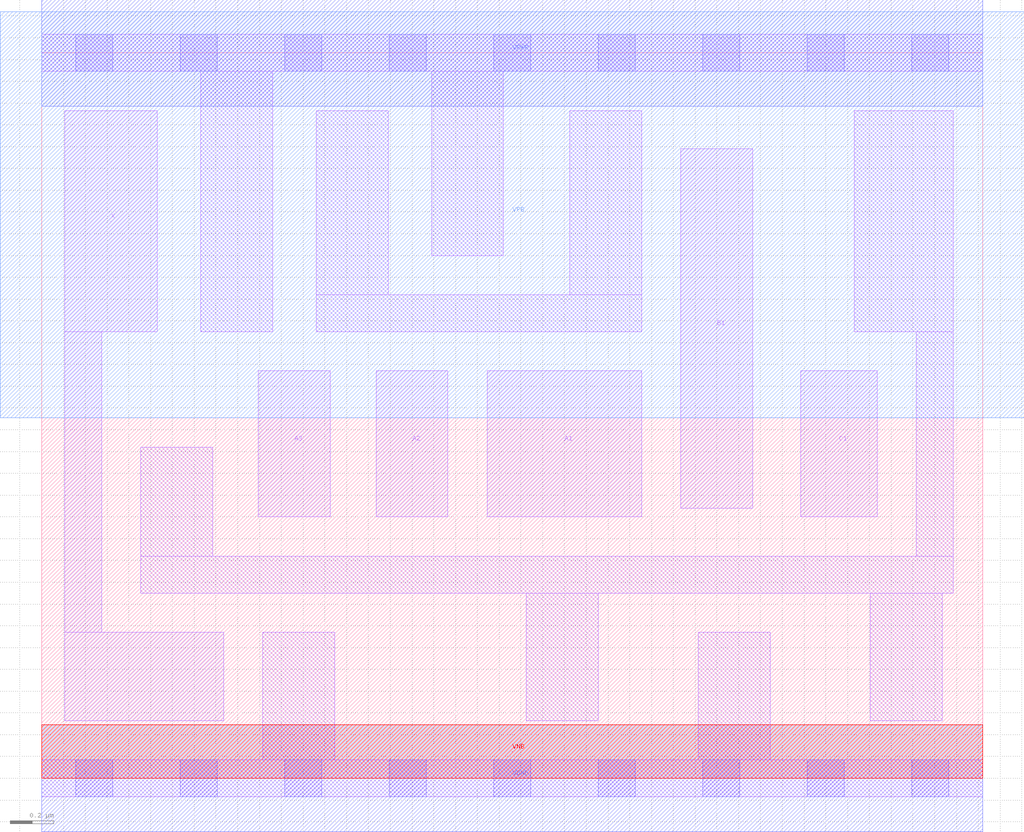
<source format=lef>
# Copyright 2020 The SkyWater PDK Authors
#
# Licensed under the Apache License, Version 2.0 (the "License");
# you may not use this file except in compliance with the License.
# You may obtain a copy of the License at
#
#     https://www.apache.org/licenses/LICENSE-2.0
#
# Unless required by applicable law or agreed to in writing, software
# distributed under the License is distributed on an "AS IS" BASIS,
# WITHOUT WARRANTIES OR CONDITIONS OF ANY KIND, either express or implied.
# See the License for the specific language governing permissions and
# limitations under the License.
#
# SPDX-License-Identifier: Apache-2.0

VERSION 5.7 ;
  NOWIREEXTENSIONATPIN ON ;
  DIVIDERCHAR "/" ;
  BUSBITCHARS "[]" ;
MACRO sky130_fd_sc_lp__a311o_lp
  CLASS CORE ;
  FOREIGN sky130_fd_sc_lp__a311o_lp ;
  ORIGIN  0.000000  0.000000 ;
  SIZE  4.320000 BY  3.330000 ;
  SYMMETRY X Y R90 ;
  SITE unit ;
  PIN A1
    ANTENNAGATEAREA  0.313000 ;
    DIRECTION INPUT ;
    USE SIGNAL ;
    PORT
      LAYER li1 ;
        RECT 2.045000 1.200000 2.755000 1.870000 ;
    END
  END A1
  PIN A2
    ANTENNAGATEAREA  0.313000 ;
    DIRECTION INPUT ;
    USE SIGNAL ;
    PORT
      LAYER li1 ;
        RECT 1.535000 1.200000 1.865000 1.870000 ;
    END
  END A2
  PIN A3
    ANTENNAGATEAREA  0.313000 ;
    DIRECTION INPUT ;
    USE SIGNAL ;
    PORT
      LAYER li1 ;
        RECT 0.995000 1.200000 1.325000 1.870000 ;
    END
  END A3
  PIN B1
    ANTENNAGATEAREA  0.376000 ;
    DIRECTION INPUT ;
    USE SIGNAL ;
    PORT
      LAYER li1 ;
        RECT 2.935000 1.240000 3.265000 2.890000 ;
    END
  END B1
  PIN C1
    ANTENNAGATEAREA  0.376000 ;
    DIRECTION INPUT ;
    USE SIGNAL ;
    PORT
      LAYER li1 ;
        RECT 3.485000 1.200000 3.835000 1.870000 ;
    END
  END C1
  PIN X
    ANTENNADIFFAREA  0.404700 ;
    DIRECTION OUTPUT ;
    USE SIGNAL ;
    PORT
      LAYER li1 ;
        RECT 0.105000 0.265000 0.835000 0.670000 ;
        RECT 0.105000 0.670000 0.275000 2.050000 ;
        RECT 0.105000 2.050000 0.530000 3.065000 ;
    END
  END X
  PIN VGND
    DIRECTION INOUT ;
    USE GROUND ;
    PORT
      LAYER met1 ;
        RECT 0.000000 -0.245000 4.320000 0.245000 ;
    END
  END VGND
  PIN VNB
    DIRECTION INOUT ;
    USE GROUND ;
    PORT
      LAYER pwell ;
        RECT 0.000000 0.000000 4.320000 0.245000 ;
    END
  END VNB
  PIN VPB
    DIRECTION INOUT ;
    USE POWER ;
    PORT
      LAYER nwell ;
        RECT -0.190000 1.655000 4.510000 3.520000 ;
    END
  END VPB
  PIN VPWR
    DIRECTION INOUT ;
    USE POWER ;
    PORT
      LAYER met1 ;
        RECT 0.000000 3.085000 4.320000 3.575000 ;
    END
  END VPWR
  OBS
    LAYER li1 ;
      RECT 0.000000 -0.085000 4.320000 0.085000 ;
      RECT 0.000000  3.245000 4.320000 3.415000 ;
      RECT 0.455000  0.850000 4.185000 1.020000 ;
      RECT 0.455000  1.020000 0.785000 1.520000 ;
      RECT 0.730000  2.050000 1.060000 3.245000 ;
      RECT 1.015000  0.085000 1.345000 0.670000 ;
      RECT 1.260000  2.050000 2.755000 2.220000 ;
      RECT 1.260000  2.220000 1.590000 3.065000 ;
      RECT 1.790000  2.400000 2.120000 3.245000 ;
      RECT 2.225000  0.265000 2.555000 0.850000 ;
      RECT 2.425000  2.220000 2.755000 3.065000 ;
      RECT 3.015000  0.085000 3.345000 0.670000 ;
      RECT 3.730000  2.050000 4.185000 3.065000 ;
      RECT 3.805000  0.265000 4.135000 0.850000 ;
      RECT 4.015000  1.020000 4.185000 2.050000 ;
    LAYER mcon ;
      RECT 0.155000 -0.085000 0.325000 0.085000 ;
      RECT 0.155000  3.245000 0.325000 3.415000 ;
      RECT 0.635000 -0.085000 0.805000 0.085000 ;
      RECT 0.635000  3.245000 0.805000 3.415000 ;
      RECT 1.115000 -0.085000 1.285000 0.085000 ;
      RECT 1.115000  3.245000 1.285000 3.415000 ;
      RECT 1.595000 -0.085000 1.765000 0.085000 ;
      RECT 1.595000  3.245000 1.765000 3.415000 ;
      RECT 2.075000 -0.085000 2.245000 0.085000 ;
      RECT 2.075000  3.245000 2.245000 3.415000 ;
      RECT 2.555000 -0.085000 2.725000 0.085000 ;
      RECT 2.555000  3.245000 2.725000 3.415000 ;
      RECT 3.035000 -0.085000 3.205000 0.085000 ;
      RECT 3.035000  3.245000 3.205000 3.415000 ;
      RECT 3.515000 -0.085000 3.685000 0.085000 ;
      RECT 3.515000  3.245000 3.685000 3.415000 ;
      RECT 3.995000 -0.085000 4.165000 0.085000 ;
      RECT 3.995000  3.245000 4.165000 3.415000 ;
  END
END sky130_fd_sc_lp__a311o_lp
END LIBRARY

</source>
